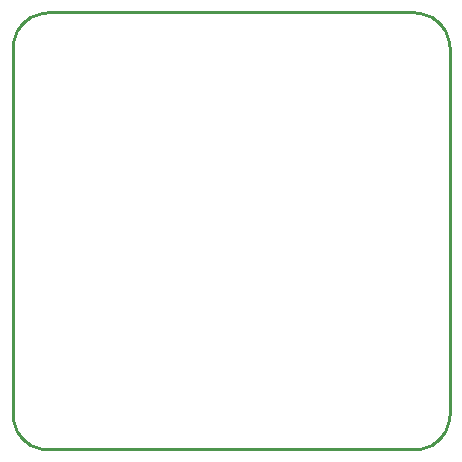
<source format=gbr>
G04 EAGLE Gerber RS-274X export*
G75*
%MOMM*%
%FSLAX34Y34*%
%LPD*%
%IN*%
%IPPOS*%
%AMOC8*
5,1,8,0,0,1.08239X$1,22.5*%
G01*
G04 Define Apertures*
%ADD10C,0.254000*%
D10*
X10000Y40000D02*
X10114Y37385D01*
X10456Y34791D01*
X11022Y32235D01*
X11809Y29739D01*
X12811Y27321D01*
X14019Y25000D01*
X15425Y22793D01*
X17019Y20716D01*
X18787Y18787D01*
X20716Y17019D01*
X22793Y15425D01*
X25000Y14019D01*
X27321Y12811D01*
X29739Y11809D01*
X32235Y11022D01*
X34791Y10456D01*
X37385Y10114D01*
X40000Y10000D01*
X350000Y10000D01*
X352615Y10114D01*
X355209Y10456D01*
X357765Y11022D01*
X360261Y11809D01*
X362679Y12811D01*
X365000Y14019D01*
X367207Y15425D01*
X369284Y17019D01*
X371213Y18787D01*
X372981Y20716D01*
X374575Y22793D01*
X375981Y25000D01*
X377189Y27321D01*
X378191Y29739D01*
X378978Y32235D01*
X379544Y34791D01*
X379886Y37385D01*
X380000Y40000D01*
X380000Y350000D01*
X379886Y352615D01*
X379544Y355209D01*
X378978Y357765D01*
X378191Y360261D01*
X377189Y362679D01*
X375981Y365000D01*
X374575Y367207D01*
X372981Y369284D01*
X371213Y371213D01*
X369284Y372981D01*
X367207Y374575D01*
X365000Y375981D01*
X362679Y377189D01*
X360261Y378191D01*
X357765Y378978D01*
X355209Y379544D01*
X352615Y379886D01*
X350000Y380000D01*
X40000Y380000D01*
X37385Y379886D01*
X34791Y379544D01*
X32235Y378978D01*
X29739Y378191D01*
X27321Y377189D01*
X25000Y375981D01*
X22793Y374575D01*
X20716Y372981D01*
X18787Y371213D01*
X17019Y369284D01*
X15425Y367207D01*
X14019Y365000D01*
X12811Y362679D01*
X11809Y360261D01*
X11022Y357765D01*
X10456Y355209D01*
X10114Y352615D01*
X10000Y350000D01*
X10000Y40000D01*
M02*

</source>
